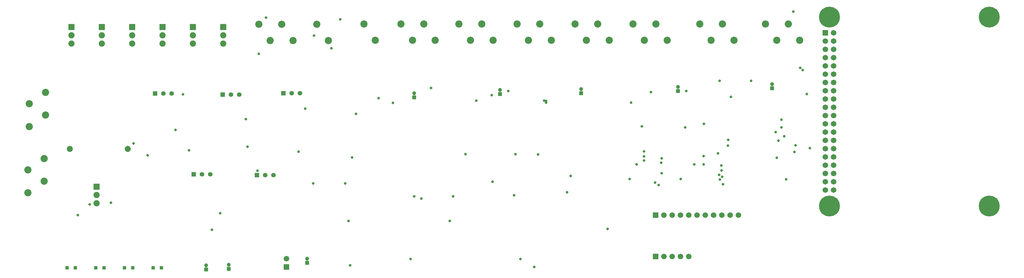
<source format=gbr>
G04 EAGLE Gerber RS-274X export*
G75*
%MOMM*%
%FSLAX34Y34*%
%LPD*%
%INSoldermask Bottom*%
%IPPOS*%
%AMOC8*
5,1,8,0,0,1.08239X$1,22.5*%
G01*
%ADD10C,6.403200*%
%ADD11C,1.703200*%
%ADD12R,1.703200X1.703200*%
%ADD13R,1.403200X1.403200*%
%ADD14C,1.403200*%
%ADD15C,2.203200*%
%ADD16R,1.903200X1.903200*%
%ADD17C,1.903200*%
%ADD18R,1.016000X1.016000*%
%ADD19R,1.203200X1.203200*%
%ADD20C,1.203200*%
%ADD21C,1.853200*%
%ADD22C,0.803200*%


D10*
X2522474Y811462D03*
X2522474Y231462D03*
X3012474Y231462D03*
X3012474Y811462D03*
D11*
X2535174Y762762D03*
D12*
X2509774Y762762D03*
D11*
X2535174Y737362D03*
X2509774Y737362D03*
X2535174Y711962D03*
X2509774Y711962D03*
X2535174Y686562D03*
X2509774Y686562D03*
X2535174Y661162D03*
X2509774Y661162D03*
X2535174Y635762D03*
X2509774Y635762D03*
X2535174Y610362D03*
X2509774Y610362D03*
X2535174Y584962D03*
X2509774Y584962D03*
X2535174Y559562D03*
X2509774Y559562D03*
X2535174Y534162D03*
X2509774Y534162D03*
X2535174Y508762D03*
X2509774Y508762D03*
X2535174Y483362D03*
X2509774Y483362D03*
X2535174Y457962D03*
X2509774Y457962D03*
X2535174Y432562D03*
X2509774Y432562D03*
X2535174Y407162D03*
X2509774Y407162D03*
X2535174Y381762D03*
X2509774Y381762D03*
X2535174Y356362D03*
X2509774Y356362D03*
X2535174Y330962D03*
X2509774Y330962D03*
X2535174Y305562D03*
X2509774Y305562D03*
X2535174Y280162D03*
X2509774Y280162D03*
D12*
X1988820Y76200D03*
D11*
X2014220Y76200D03*
X2039620Y76200D03*
X2065020Y76200D03*
X2090420Y76200D03*
D12*
X1988820Y203200D03*
D11*
X2014220Y203200D03*
X2039620Y203200D03*
X2065020Y203200D03*
X2090420Y203200D03*
X2115820Y203200D03*
X2141220Y203200D03*
X2166620Y203200D03*
X2192020Y203200D03*
X2217420Y203200D03*
X2242820Y203200D03*
D13*
X765810Y325920D03*
D14*
X791210Y325920D03*
X816610Y325920D03*
D13*
X571500Y328930D03*
D14*
X596900Y328930D03*
X622300Y328930D03*
D13*
X847090Y577850D03*
D14*
X872490Y577850D03*
X897890Y577850D03*
D13*
X660400Y573240D03*
D14*
X685800Y573240D03*
X711200Y573240D03*
D15*
X63030Y272340D03*
X113030Y307340D03*
X63030Y342340D03*
X113030Y377340D03*
X771450Y789140D03*
X806450Y739140D03*
X841450Y789140D03*
X876450Y739140D03*
X66840Y475540D03*
X116840Y510540D03*
X66840Y545540D03*
X116840Y580540D03*
D16*
X273860Y290830D03*
D17*
X273860Y265430D03*
X273860Y240030D03*
D15*
X1919380Y790410D03*
X1954380Y740410D03*
X1989380Y790410D03*
X2024380Y740410D03*
D13*
X453390Y576580D03*
D14*
X478790Y576580D03*
X504190Y576580D03*
D15*
X949410Y789140D03*
X984410Y739140D03*
D16*
X662480Y781050D03*
D17*
X662480Y755650D03*
X662480Y730250D03*
D16*
X569262Y781050D03*
D17*
X569262Y755650D03*
X569262Y730250D03*
D16*
X476044Y781050D03*
D17*
X476044Y755650D03*
X476044Y730250D03*
D16*
X382826Y781050D03*
D17*
X382826Y755650D03*
X382826Y730250D03*
D16*
X289608Y781050D03*
D17*
X289608Y755650D03*
X289608Y730250D03*
D16*
X196390Y781050D03*
D17*
X196390Y755650D03*
X196390Y730250D03*
D15*
X1741420Y790410D03*
X1776420Y740410D03*
X1811420Y790410D03*
X1846420Y740410D03*
X1563460Y790410D03*
X1598460Y740410D03*
X1633460Y790410D03*
X1668460Y740410D03*
D12*
X855980Y44450D03*
D11*
X855980Y69850D03*
D18*
X182880Y41910D03*
X208280Y41910D03*
X447040Y41910D03*
X472440Y41910D03*
X358987Y41910D03*
X384387Y41910D03*
X270933Y41910D03*
X296333Y41910D03*
D19*
X2345900Y592729D03*
D20*
X2345900Y605429D03*
D19*
X2057810Y584449D03*
D20*
X2057810Y597149D03*
D19*
X1759880Y577850D03*
D20*
X1759880Y590550D03*
D19*
X1510960Y575310D03*
D20*
X1510960Y588010D03*
D19*
X1248410Y565150D03*
D20*
X1248410Y577850D03*
D19*
X919140Y57150D03*
D20*
X919140Y69850D03*
D19*
X679450Y38100D03*
D20*
X679450Y50800D03*
D15*
X1385500Y790410D03*
X1420500Y740410D03*
X1455500Y790410D03*
X1490500Y740410D03*
X1207540Y790410D03*
X1242540Y740410D03*
X1277540Y790410D03*
X1312540Y740410D03*
X1094030Y790410D03*
X1129030Y740410D03*
D19*
X609600Y36830D03*
D20*
X609600Y49530D03*
D21*
X191770Y406400D03*
X369570Y406400D03*
D15*
X2325930Y790410D03*
X2360930Y740410D03*
X2395930Y790410D03*
X2430930Y740410D03*
X2124000Y790410D03*
X2159000Y740410D03*
X2194000Y790410D03*
X2229000Y740410D03*
D22*
X1646936Y554736D03*
X1438570Y554736D03*
X1183132Y548386D03*
X1652778Y553720D03*
X1138682Y562610D03*
X1069594Y514096D03*
X1652778Y548894D03*
X1913636Y548894D03*
X1974088Y581320D03*
X2219600Y566420D03*
X766826Y339598D03*
X1488440Y306324D03*
X429816Y387398D03*
X386588Y423418D03*
X1841246Y161290D03*
X2136648Y483362D03*
X2389378Y313182D03*
X2414524Y397510D03*
X1021080Y804418D03*
X2366010Y432054D03*
X1299464Y593852D03*
X736854Y413766D03*
X731520Y497840D03*
X993648Y716026D03*
X627380Y158496D03*
X937768Y301244D03*
X652526Y209296D03*
X1036066Y300736D03*
X893572Y397978D03*
X2383790Y445516D03*
X2135886Y384556D03*
X1953006Y371475D03*
X2107692Y359410D03*
X1930146Y359410D03*
X2135886Y359410D03*
X2360676Y379222D03*
X2462276Y409448D03*
X1057910Y380492D03*
X1997964Y295910D03*
X2211832Y434594D03*
X2007362Y377746D03*
X2192528Y321310D03*
X1554226Y264160D03*
X1248210Y261280D03*
X1367442Y261280D03*
X2195830Y298450D03*
X1558544Y390906D03*
X2191258Y340868D03*
X1716786Y273558D03*
X2440178Y648462D03*
X2374900Y496062D03*
X2374900Y472948D03*
X2079498Y472948D03*
X1953006Y384175D03*
X771450Y698500D03*
X1728470Y323342D03*
X2190750Y355854D03*
X1909064Y314452D03*
X2066290Y314452D03*
X913638Y530098D03*
X2007362Y332232D03*
X1628480Y390058D03*
X2180590Y393192D03*
X1051560Y49276D03*
X1615948Y44196D03*
X2452878Y575564D03*
X557530Y402844D03*
X515620Y465328D03*
X538226Y574040D03*
X2185670Y615696D03*
X2281682Y615696D03*
X941070Y754380D03*
X2410956Y828548D03*
X1237320Y68834D03*
X1574292Y68834D03*
X2183638Y326898D03*
X2006092Y364490D03*
X1946148Y475828D03*
X1953006Y398780D03*
X2418334Y417322D03*
X2432558Y655828D03*
X2186329Y313079D03*
X1046820Y185928D03*
X1357376Y185928D03*
X1405382Y390652D03*
X1987550Y303784D03*
X2210562Y417068D03*
X2357120Y457962D03*
X792988Y810006D03*
X252390Y236560D03*
X317500Y241300D03*
X215900Y203200D03*
X1270000Y254000D03*
X1485900Y571500D03*
X1536700Y584200D03*
X2082800Y584200D03*
M02*

</source>
